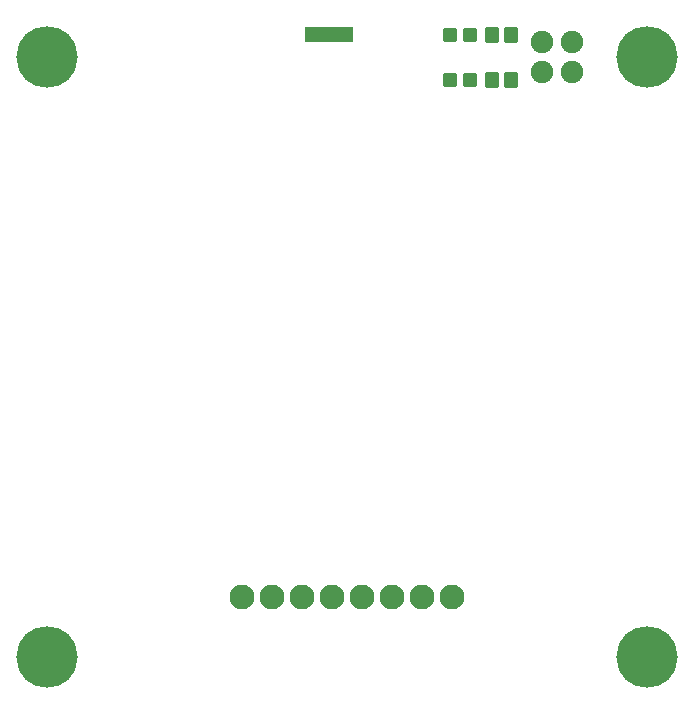
<source format=gts>
G04 Layer: TopSolderMaskLayer*
G04 EasyEDA v6.5.29, 2023-07-09 11:22:14*
G04 66d2373efeaf4300b8bf4b9e6adbc1de,5a6b42c53f6a479593ecc07194224c93,10*
G04 Gerber Generator version 0.2*
G04 Scale: 100 percent, Rotated: No, Reflected: No *
G04 Dimensions in millimeters *
G04 leading zeros omitted , absolute positions ,4 integer and 5 decimal *
%FSLAX45Y45*%
%MOMM*%

%AMMACRO1*1,1,$1,$2,$3*1,1,$1,$4,$5*1,1,$1,0-$2,0-$3*1,1,$1,0-$4,0-$5*20,1,$1,$2,$3,$4,$5,0*20,1,$1,$4,$5,0-$2,0-$3,0*20,1,$1,0-$2,0-$3,0-$4,0-$5,0*20,1,$1,0-$4,0-$5,$2,$3,0*4,1,4,$2,$3,$4,$5,0-$2,0-$3,0-$4,0-$5,$2,$3,0*%
%ADD10MACRO1,0.2032X-0.45X-0.5X-0.45X0.5*%
%ADD11MACRO1,0.2032X0.5X-0.55X-0.5X-0.55*%
%ADD12C,5.2032*%
%ADD13C,2.1016*%
%ADD14C,1.9016*%

%LPD*%
D10*
G01*
X3788486Y5651492D03*
G01*
X3958485Y5651492D03*
D11*
G01*
X4149087Y5651500D03*
G01*
X4309092Y5651500D03*
D10*
G01*
X3788486Y5270492D03*
G01*
X3958485Y5270492D03*
D11*
G01*
X4149087Y5270500D03*
G01*
X4309092Y5270500D03*
D12*
G01*
X381000Y5461000D03*
G01*
X5461000Y5461000D03*
G01*
X5461000Y381000D03*
G01*
X381000Y381000D03*
D13*
G01*
X2032000Y889000D03*
G01*
X2286000Y889000D03*
G01*
X2540000Y889000D03*
G01*
X2794000Y889000D03*
G01*
X3048000Y889000D03*
G01*
X3302000Y889000D03*
G01*
X3556000Y889000D03*
G01*
X3810000Y889000D03*
D14*
G01*
X4572000Y5588000D03*
G01*
X4572000Y5334000D03*
G01*
X4826000Y5334000D03*
G01*
X4826000Y5588000D03*
G36*
X2565400Y5715000D02*
G01*
X2971800Y5715000D01*
X2971800Y5588000D01*
X2565400Y5588000D01*
G37*
M02*

</source>
